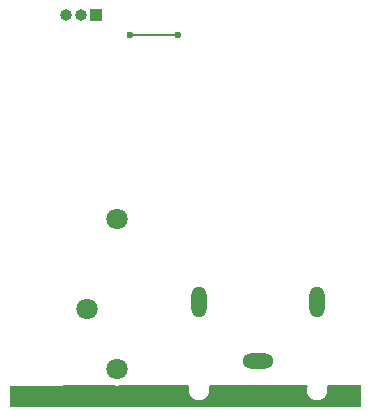
<source format=gbr>
%TF.GenerationSoftware,KiCad,Pcbnew,8.0.4-1.fc40*%
%TF.CreationDate,2024-08-27T20:57:41+02:00*%
%TF.ProjectId,ATU100 Alc interface,41545531-3030-4204-916c-6320696e7465,rev?*%
%TF.SameCoordinates,Original*%
%TF.FileFunction,Copper,L2,Bot*%
%TF.FilePolarity,Positive*%
%FSLAX46Y46*%
G04 Gerber Fmt 4.6, Leading zero omitted, Abs format (unit mm)*
G04 Created by KiCad (PCBNEW 8.0.4-1.fc40) date 2024-08-27 20:57:41*
%MOMM*%
%LPD*%
G01*
G04 APERTURE LIST*
%TA.AperFunction,ComponentPad*%
%ADD10O,2.616000X1.308000*%
%TD*%
%TA.AperFunction,ComponentPad*%
%ADD11O,1.308000X2.616000*%
%TD*%
%TA.AperFunction,ComponentPad*%
%ADD12R,1.000000X1.000000*%
%TD*%
%TA.AperFunction,ComponentPad*%
%ADD13O,1.000000X1.000000*%
%TD*%
%TA.AperFunction,ComponentPad*%
%ADD14C,1.800000*%
%TD*%
%TA.AperFunction,ViaPad*%
%ADD15C,0.600000*%
%TD*%
%TA.AperFunction,Conductor*%
%ADD16C,0.200000*%
%TD*%
G04 APERTURE END LIST*
D10*
%TO.P,J2,1*%
%TO.N,GND*%
X103500000Y-128750000D03*
D11*
%TO.P,J2,2*%
%TO.N,Net-(D1-A)*%
X108500000Y-123750000D03*
%TO.P,J2,3*%
%TO.N,Net-(J2-Pad3)*%
X98500000Y-123750000D03*
%TD*%
D12*
%TO.P,J1,1,Pin_1*%
%TO.N,Net-(J1-Pin_1)*%
X89820000Y-99500000D03*
D13*
%TO.P,J1,2,Pin_2*%
%TO.N,Net-(J1-Pin_2)*%
X88550000Y-99500000D03*
%TO.P,J1,3,Pin_3*%
%TO.N,GND*%
X87280000Y-99500000D03*
%TD*%
D14*
%TO.P,RV1,1,1*%
%TO.N,Net-(R2-Pad2)*%
X91550000Y-116750000D03*
%TO.P,RV1,2,2*%
%TO.N,Net-(D1-K)*%
X89010000Y-124370000D03*
%TO.P,RV1,3,3*%
%TO.N,Net-(R1-Pad1)*%
X91550000Y-129450000D03*
%TD*%
D15*
%TO.N,GND*%
X86200000Y-132050000D03*
X94950000Y-132100000D03*
X96750000Y-101200000D03*
X110950000Y-132100000D03*
X92650000Y-101200000D03*
%TD*%
D16*
%TO.N,GND*%
X92650000Y-101200000D02*
X96750000Y-101200000D01*
%TD*%
%TA.AperFunction,Conductor*%
%TO.N,GND*%
G36*
X112192370Y-130820589D02*
G01*
X112238211Y-130873318D01*
X112249500Y-130925013D01*
X112249500Y-132525500D01*
X112229815Y-132592539D01*
X112177011Y-132638294D01*
X112125500Y-132649500D01*
X82624500Y-132649500D01*
X82557461Y-132629815D01*
X82511706Y-132577011D01*
X82500500Y-132525500D01*
X82500500Y-130972905D01*
X82520185Y-130905866D01*
X82572989Y-130860111D01*
X82624296Y-130848905D01*
X91329245Y-130834774D01*
X91349831Y-130836463D01*
X91433951Y-130850500D01*
X91433953Y-130850500D01*
X91666044Y-130850500D01*
X91666049Y-130850500D01*
X91754502Y-130835739D01*
X91774685Y-130834050D01*
X97569833Y-130824643D01*
X97636904Y-130844219D01*
X97682745Y-130896949D01*
X97692800Y-130966091D01*
X97684598Y-130996089D01*
X97682185Y-131001915D01*
X97682182Y-131001925D01*
X97649500Y-131166228D01*
X97649500Y-131333771D01*
X97682182Y-131498074D01*
X97682184Y-131498082D01*
X97746295Y-131652860D01*
X97839373Y-131792162D01*
X97957837Y-131910626D01*
X98050494Y-131972537D01*
X98097137Y-132003703D01*
X98251918Y-132067816D01*
X98416228Y-132100499D01*
X98416232Y-132100500D01*
X98416233Y-132100500D01*
X98583768Y-132100500D01*
X98583769Y-132100499D01*
X98748082Y-132067816D01*
X98902863Y-132003703D01*
X99042162Y-131910626D01*
X99160626Y-131792162D01*
X99253703Y-131652863D01*
X99317816Y-131498082D01*
X99350500Y-131333767D01*
X99350500Y-131166233D01*
X99317816Y-131001918D01*
X99314152Y-130993074D01*
X99306686Y-130923606D01*
X99337961Y-130861127D01*
X99398051Y-130825475D01*
X99428499Y-130821625D01*
X107576566Y-130808398D01*
X107643633Y-130827973D01*
X107689474Y-130880703D01*
X107699529Y-130949845D01*
X107691326Y-130979846D01*
X107682184Y-131001918D01*
X107682182Y-131001925D01*
X107649500Y-131166228D01*
X107649500Y-131333771D01*
X107682182Y-131498074D01*
X107682184Y-131498082D01*
X107746295Y-131652860D01*
X107839373Y-131792162D01*
X107957837Y-131910626D01*
X108050494Y-131972537D01*
X108097137Y-132003703D01*
X108251918Y-132067816D01*
X108416228Y-132100499D01*
X108416232Y-132100500D01*
X108416233Y-132100500D01*
X108583768Y-132100500D01*
X108583769Y-132100499D01*
X108748082Y-132067816D01*
X108902863Y-132003703D01*
X109042162Y-131910626D01*
X109160626Y-131792162D01*
X109253703Y-131652863D01*
X109317816Y-131498082D01*
X109350500Y-131333767D01*
X109350500Y-131166233D01*
X109317816Y-131001918D01*
X109307433Y-130976853D01*
X109299965Y-130907387D01*
X109331239Y-130844907D01*
X109391328Y-130809254D01*
X109421786Y-130805402D01*
X112125302Y-130801014D01*
X112192370Y-130820589D01*
G37*
%TD.AperFunction*%
%TD*%
M02*

</source>
